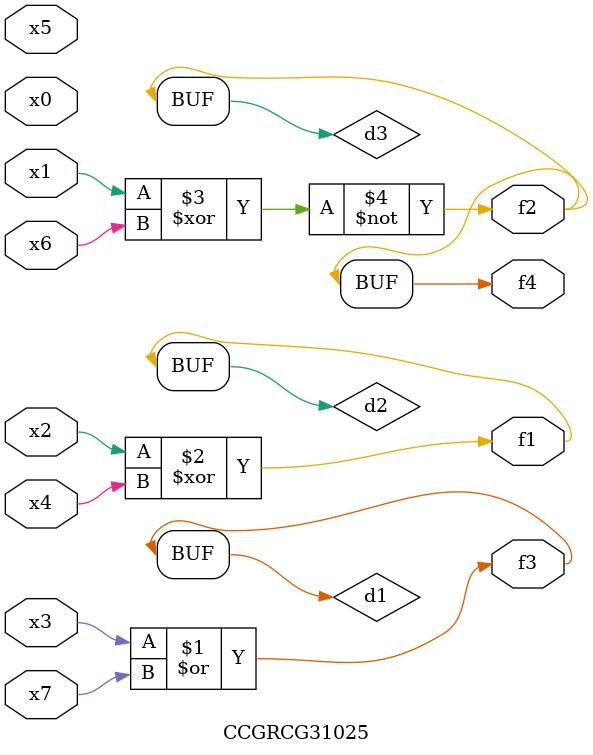
<source format=v>
module CCGRCG31025(
	input x0, x1, x2, x3, x4, x5, x6, x7,
	output f1, f2, f3, f4
);

	wire d1, d2, d3;

	or (d1, x3, x7);
	xor (d2, x2, x4);
	xnor (d3, x1, x6);
	assign f1 = d2;
	assign f2 = d3;
	assign f3 = d1;
	assign f4 = d3;
endmodule

</source>
